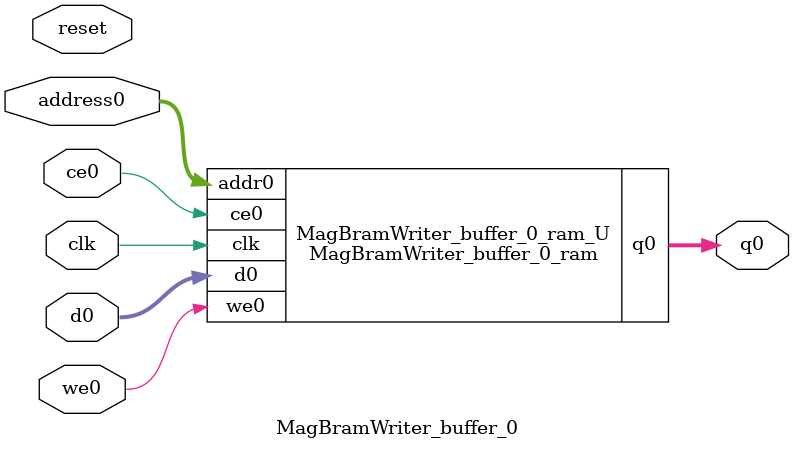
<source format=v>
`timescale 1 ns / 1 ps
module MagBramWriter_buffer_0_ram (addr0, ce0, d0, we0, q0,  clk);

parameter DWIDTH = 32;
parameter AWIDTH = 5;
parameter MEM_SIZE = 20;

input[AWIDTH-1:0] addr0;
input ce0;
input[DWIDTH-1:0] d0;
input we0;
output reg[DWIDTH-1:0] q0;
input clk;

reg [DWIDTH-1:0] ram[0:MEM_SIZE-1];




always @(posedge clk)  
begin 
    if (ce0) begin
        if (we0) 
            ram[addr0] <= d0; 
        q0 <= ram[addr0];
    end
end


endmodule

`timescale 1 ns / 1 ps
module MagBramWriter_buffer_0(
    reset,
    clk,
    address0,
    ce0,
    we0,
    d0,
    q0);

parameter DataWidth = 32'd32;
parameter AddressRange = 32'd20;
parameter AddressWidth = 32'd5;
input reset;
input clk;
input[AddressWidth - 1:0] address0;
input ce0;
input we0;
input[DataWidth - 1:0] d0;
output[DataWidth - 1:0] q0;



MagBramWriter_buffer_0_ram MagBramWriter_buffer_0_ram_U(
    .clk( clk ),
    .addr0( address0 ),
    .ce0( ce0 ),
    .we0( we0 ),
    .d0( d0 ),
    .q0( q0 ));

endmodule


</source>
